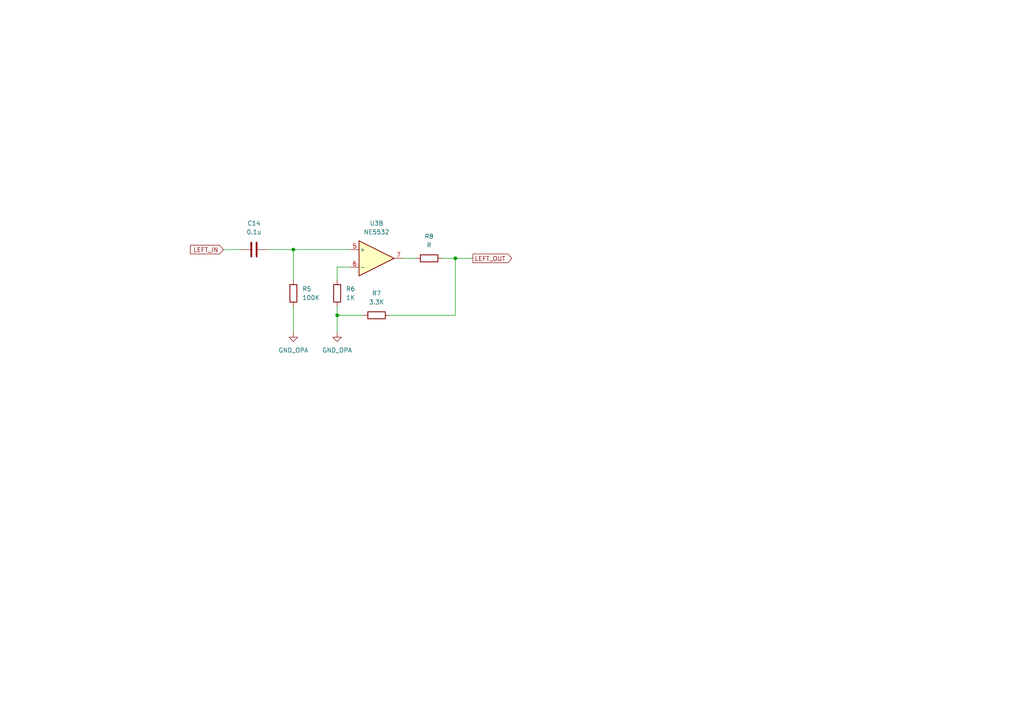
<source format=kicad_sch>
(kicad_sch (version 20250114) (generator "eeschema") (generator_version "9.0")
  (paper "A4")
  (lib_symbols
    (symbol "Amplifier_Operational:NE5532" (pin_names (offset 0.127))
      (property "Reference" "U" (at 0 5.08 0))
      (property "Value" "NE5532" (at 0 -5.08 0))
      (symbol "NE5532_1_1"
        (polyline (pts (xy -5.08 5.08) (xy 5.08 0) (xy -5.08 -5.08) (xy -5.08 5.08)) (stroke (width 0.254)) (fill (type background)))
        (pin input line (at -7.62 2.54 0) (length 2.54) (name "+") (number "3"))
        (pin input line (at -7.62 -2.54 0) (length 2.54) (name "-") (number "2"))
        (pin output line (at 7.62 0 180) (length 2.54) (name "~") (number "1"))
      )
      (symbol "NE5532_2_1"
        (polyline (pts (xy -5.08 5.08) (xy 5.08 0) (xy -5.08 -5.08) (xy -5.08 5.08)) (stroke (width 0.254)) (fill (type background)))
        (pin input line (at -7.62 2.54 0) (length 2.54) (name "+") (number "5"))
        (pin input line (at -7.62 -2.54 0) (length 2.54) (name "-") (number "6"))
        (pin output line (at 7.62 0 180) (length 2.54) (name "~") (number "7"))
      )
      (symbol "NE5532_3_1"
        (pin power_in line (at -2.54 7.62 270) (length 3.81) (name "V+") (number "8"))
        (pin power_in line (at -2.54 -7.62 90) (length 3.81) (name "V-") (number "4"))
      )
    )
    (symbol "Device:C" (pin_numbers (hide yes)) (pin_names (offset 0.254))
      (property "Reference" "C" (at 0.635 2.54 0))
      (property "Value" "C" (at 0.635 -2.54 0))
      (symbol "C_0_1"
        (polyline (pts (xy -2.032 0.762) (xy 2.032 0.762)) (stroke (width 0.508)))
        (polyline (pts (xy -2.032 -0.762) (xy 2.032 -0.762)) (stroke (width 0.508)))
      )
      (symbol "C_1_1"
        (pin passive line (at 0 3.81 270) (length 2.794) (name "~") (number "1"))
        (pin passive line (at 0 -3.81 90) (length 2.794) (name "~") (number "2"))
      )
    )
    (symbol "Device:R" (pin_numbers (hide yes)) (pin_names (offset 0))
      (property "Reference" "R" (at 2.032 0 90))
      (property "Value" "R" (at 0 0 90))
      (symbol "R_0_1"
        (rectangle (start -1.016 -2.54) (end 1.016 2.54) (stroke (width 0.254)))
      )
      (symbol "R_1_1"
        (pin passive line (at 0 3.81 270) (length 1.27) (name "~") (number "1"))
        (pin passive line (at 0 -3.81 90) (length 1.27) (name "~") (number "2"))
      )
    )
    (symbol "power:GND" (power) (pin_numbers (hide yes)) (pin_names (offset 0) (hide yes))
      (property "Value" "GND" (at 0 -3.81 0))
      (symbol "GND_0_1"
        (polyline (pts (xy 0 0) (xy 0 -1.27) (xy 1.27 -1.27) (xy 0 -2.54) (xy -1.27 -1.27) (xy 0 -1.27)))
      )
      (symbol "GND_1_1"
        (pin power_in line (at 0 0 270) (length 0) (name "~") (number "1"))
      )
    )
  )
  (junction (at 132.08 74.93))
  (junction (at 85.09 72.39))
  (junction (at 97.79 91.44))
  (wire (pts (xy 64.77 72.39) (xy 69.85 72.39)))
  (wire (pts (xy 85.09 72.39) (xy 85.09 81.28)))
  (wire (pts (xy 97.79 91.44) (xy 105.41 91.44)))
  (wire (pts (xy 97.79 77.47) (xy 97.79 81.28)))
  (wire (pts (xy 101.6 77.47) (xy 97.79 77.47)))
  (wire (pts (xy 85.09 72.39) (xy 101.6 72.39)))
  (wire (pts (xy 132.08 91.44) (xy 132.08 74.93)))
  (wire (pts (xy 85.09 88.9) (xy 85.09 96.52)))
  (wire (pts (xy 132.08 74.93) (xy 137.16 74.93)))
  (wire (pts (xy 77.47 72.39) (xy 85.09 72.39)))
  (wire (pts (xy 97.79 91.44) (xy 97.79 96.52)))
  (wire (pts (xy 116.84 74.93) (xy 120.65 74.93)))
  (wire (pts (xy 97.79 88.9) (xy 97.79 91.44)))
  (wire (pts (xy 128.27 74.93) (xy 132.08 74.93)))
  (wire (pts (xy 113.03 91.44) (xy 132.08 91.44)))
  (global_label "LEFT_OUT" (shape output) (at 137.16 74.93 0) (property "Intersheetrefs" "${INTERSHEET_REFS}" (effects (hide yes))))
  (global_label "LEFT_IN" (shape input) (at 64.77 72.39 180) (property "Intersheetrefs" "${INTERSHEET_REFS}" (effects (hide yes))))
  (symbol (lib_id "Device:R") (at 97.79 85.09 0) (unit 1)
    (property "Reference" "R6" (at 100.33 83.8199 0) (effects (justify left)))
    (property "Value" "1K" (at 100.33 86.3599 0) (effects (justify left)))
    (property "Footprint" "Resistor_THT:R_Axial_DIN0309_L9.0mm_D3.2mm_P12.70mm_Horizontal" (effects (hide yes)))
    (property "Description" "Resistor" (effects (hide yes)))
  )
  (symbol (lib_id "Device:R") (at 85.09 85.09 0) (unit 1)
    (property "Reference" "R5" (at 87.63 83.8199 0) (effects (justify left)))
    (property "Value" "100K" (at 87.63 86.3599 0) (effects (justify left)))
    (property "Footprint" "Resistor_THT:R_Axial_DIN0309_L9.0mm_D3.2mm_P12.70mm_Horizontal" (effects (hide yes)))
    (property "Description" "Resistor" (effects (hide yes)))
  )
  (symbol (lib_id "power:GND") (at 97.79 96.52 0) (unit 1)
    (property "Reference" "#PWR07" (effects (hide yes)))
    (property "Value" "GND_OPA" (at 97.79 101.6 0))
    (property "Description" "Power symbol creates a global label with name \"GND\" , ground" (effects (hide yes)))
  )
  (symbol (lib_id "Device:R") (at 124.46 74.93 90) (unit 1)
    (property "Reference" "R8" (at 124.46 68.58 90))
    (property "Value" "R" (at 124.46 71.12 90))
    (property "Footprint" "Resistor_THT:R_Axial_DIN0309_L9.0mm_D3.2mm_P12.70mm_Horizontal" (effects (hide yes)))
    (property "Description" "Resistor" (effects (hide yes)))
  )
  (symbol (lib_id "Device:C") (at 73.66 72.39 90) (unit 1)
    (property "Reference" "C14" (at 73.66 64.77 90))
    (property "Value" "0.1u" (at 73.66 67.31 90))
    (property "Footprint" "Capacitor_THT:C_Rect_L10.0mm_W5.0mm_P5.00mm_P7.50mm" (effects (hide yes)))
    (property "Description" "Unpolarized capacitor" (effects (hide yes)))
  )
  (symbol (lib_id "power:GND") (at 85.09 96.52 0) (unit 1)
    (property "Reference" "#PWR06" (effects (hide yes)))
    (property "Value" "GND_OPA" (at 85.09 101.6 0))
    (property "Description" "Power symbol creates a global label with name \"GND\" , ground" (effects (hide yes)))
  )
  (symbol (lib_id "Device:R") (at 109.22 91.44 90) (unit 1)
    (property "Reference" "R7" (at 109.22 85.09 90))
    (property "Value" "3.3K" (at 109.22 87.63 90))
    (property "Footprint" "Resistor_THT:R_Axial_DIN0309_L9.0mm_D3.2mm_P12.70mm_Horizontal" (effects (hide yes)))
    (property "Description" "Resistor" (effects (hide yes)))
  )
  (symbol (lib_id "Amplifier_Operational:NE5532") (at 109.22 74.93 0) (unit 2)
    (property "Reference" "U3" (at 109.22 64.77 0))
    (property "Value" "NE5532" (at 109.22 67.31 0))
    (property "Footprint" "Package_DIP:DIP-8_W7.62mm_Socket" (effects (hide yes)))
    (property "Datasheet" "http://www.ti.com/lit/ds/symlink/ne5532.pdf" (effects (hide yes)))
    (property "Description" "Dual Low-Noise Operational Amplifiers, DIP-8/SOIC-8" (effects (hide yes)))
  )
)
</source>
